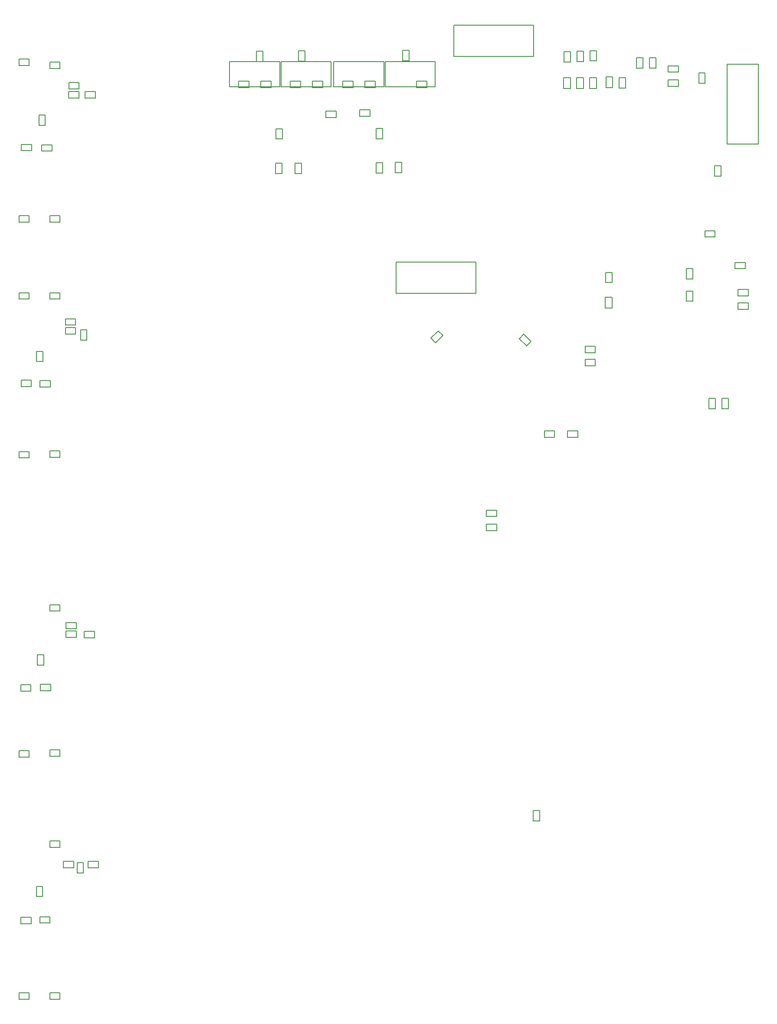
<source format=gbr>
%TF.GenerationSoftware,Altium Limited,Altium Designer,21.6.4 (81)*%
G04 Layer_Color=32896*
%FSLAX43Y43*%
%MOMM*%
%TF.SameCoordinates,B094594F-E5AE-4C03-B854-EF891E02AD71*%
%TF.FilePolarity,Positive*%
%TF.FileFunction,Other,Mechanical_12*%
%TF.Part,Single*%
G01*
G75*
%TA.AperFunction,NonConductor*%
%ADD156C,0.200*%
%ADD158C,0.150*%
D156*
X234327Y121850D02*
X235577D01*
X234327D02*
Y123850D01*
X235577D01*
Y121850D02*
Y123850D01*
X214150Y143609D02*
X215500D01*
X214150Y141509D02*
Y143609D01*
Y141509D02*
X215500D01*
Y143609D01*
X173263Y144375D02*
Y150475D01*
Y144375D02*
X188863D01*
Y150475D01*
X173263D02*
X188863D01*
X184524Y196713D02*
X200124D01*
Y190613D02*
Y196713D01*
X184524Y190613D02*
X200124D01*
X184524D02*
Y196713D01*
X170925Y184630D02*
Y189590D01*
X161145Y184630D02*
X170925D01*
X161145D02*
Y189590D01*
X170925D01*
X150605Y184630D02*
Y189590D01*
X140825Y184630D02*
X150605D01*
X140825D02*
Y189590D01*
X150605D01*
X180958Y184630D02*
Y189590D01*
X171178Y184630D02*
X180958D01*
X171178D02*
Y189590D01*
X180958D01*
X160638Y184630D02*
Y189590D01*
X150858Y184630D02*
X160638D01*
X150858D02*
Y189590D01*
X160638D01*
X237875Y189100D02*
X243975D01*
X237875Y173500D02*
Y189100D01*
Y173500D02*
X243975D01*
Y189100D01*
X211080Y186450D02*
X212430D01*
X211080Y184350D02*
Y186450D01*
Y184350D02*
X212430D01*
Y186450D01*
X209890Y184350D02*
Y186450D01*
X208540Y184350D02*
X209890D01*
X208540D02*
Y186450D01*
X209890D01*
X207350Y184350D02*
Y186450D01*
X206000Y184350D02*
X207350D01*
X206000D02*
Y186450D01*
X207350D01*
X99718Y158246D02*
X101718D01*
Y159496D01*
X99718D02*
X101718D01*
X99718Y158246D02*
Y159496D01*
Y53871D02*
Y55121D01*
X101718D01*
Y53871D02*
Y55121D01*
X99718Y53871D02*
X101718D01*
X105718Y158246D02*
X107718D01*
Y159496D01*
X105718D02*
X107718D01*
X105718Y158246D02*
Y159496D01*
Y53998D02*
X107718D01*
Y55248D01*
X105718D02*
X107718D01*
X105718Y53998D02*
Y55248D01*
X167245Y184524D02*
X169245D01*
Y185774D01*
X167245D02*
X169245D01*
X167245Y184524D02*
Y185774D01*
X146925Y184524D02*
X148925D01*
Y185774D01*
X146925D02*
X148925D01*
X146925Y184524D02*
Y185774D01*
X164927Y184524D02*
Y185774D01*
X162927Y184524D02*
X164927D01*
X162927D02*
Y185774D01*
X164927D01*
X144607Y184524D02*
Y185774D01*
X142607Y184524D02*
X144607D01*
X142607D02*
Y185774D01*
X144607D01*
X146030Y189610D02*
Y191610D01*
Y189610D02*
X147280D01*
Y191610D01*
X146030D02*
X147280D01*
X169398Y176497D02*
X170648D01*
Y174497D02*
Y176497D01*
X169398Y174497D02*
X170648D01*
X169398D02*
Y176497D01*
X149857Y174480D02*
Y176480D01*
Y174480D02*
X151107D01*
Y176480D01*
X149857D02*
X151107D01*
X179278Y184524D02*
Y185774D01*
X177278Y184524D02*
X179278D01*
X177278D02*
Y185774D01*
X179278D01*
X158958Y184524D02*
Y185774D01*
X156958Y184524D02*
X158958D01*
X156958D02*
Y185774D01*
X158958D01*
X169398Y169850D02*
X170648D01*
Y167850D02*
Y169850D01*
X169398Y167850D02*
X170648D01*
X169398D02*
Y169850D01*
X149789Y167748D02*
Y169748D01*
Y167748D02*
X151039D01*
Y169748D01*
X149789D02*
X151039D01*
X173157Y169923D02*
X174407D01*
Y167923D02*
Y169923D01*
X173157Y167923D02*
X174407D01*
X173157D02*
Y169923D01*
X153599Y167748D02*
Y169748D01*
Y167748D02*
X154849D01*
Y169748D01*
X153599D02*
X154849D01*
X154640Y184524D02*
Y185774D01*
X152640Y184524D02*
X154640D01*
X152640D02*
Y185774D01*
X154640D01*
X174605Y189737D02*
Y191737D01*
Y189737D02*
X175855D01*
Y191737D01*
X174605D02*
X175855D01*
X154285Y189645D02*
Y191645D01*
Y189645D02*
X155535D01*
Y191645D01*
X154285D02*
X155535D01*
X166229Y178936D02*
Y180186D01*
X168229D01*
Y178936D02*
Y180186D01*
X166229Y178936D02*
X168229D01*
X159625Y178682D02*
Y179932D01*
X161625D01*
Y178682D02*
Y179932D01*
X159625Y178682D02*
X161625D01*
X99716Y188831D02*
Y190081D01*
X101716D01*
Y188831D02*
Y190081D01*
X99716Y188831D02*
X101716D01*
X190918Y100800D02*
Y102050D01*
X192918D01*
Y100800D02*
Y102050D01*
X190918Y100800D02*
X192918D01*
X208768Y116250D02*
Y117500D01*
X206768Y116250D02*
X208768D01*
X206768D02*
Y117500D01*
X208768D01*
X192913Y98050D02*
Y99300D01*
X190913Y98050D02*
X192913D01*
X190913D02*
Y99300D01*
X192913D01*
X204243Y116250D02*
Y117500D01*
X202243Y116250D02*
X204243D01*
X202243D02*
Y117500D01*
X204243D01*
X105718Y188206D02*
Y189456D01*
X107718D01*
Y188206D02*
Y189456D01*
X105718Y188206D02*
X107718D01*
X105718Y82340D02*
Y83590D01*
X107718D01*
Y82340D02*
Y83590D01*
X105718Y82340D02*
X107718D01*
X99718Y6635D02*
Y7885D01*
X101718D01*
Y6635D02*
Y7885D01*
X99718Y6635D02*
X101718D01*
X105718D02*
X107718D01*
Y7885D01*
X105718D02*
X107718D01*
X105718Y6635D02*
Y7885D01*
X226425Y184750D02*
Y186000D01*
X228425D01*
Y184750D02*
Y186000D01*
X226425Y184750D02*
X228425D01*
X226425Y187500D02*
Y188750D01*
X228425D01*
Y187500D02*
Y188750D01*
X226425Y187500D02*
X228425D01*
X99718Y112235D02*
X101718D01*
Y113485D01*
X99718D02*
X101718D01*
X99718Y112235D02*
Y113485D01*
X105718Y112362D02*
Y113612D01*
X107718D01*
Y112362D02*
Y113612D01*
X105718Y112362D02*
X107718D01*
X105718Y36272D02*
X107718D01*
Y37522D01*
X105718D02*
X107718D01*
X105718Y36272D02*
Y37522D01*
X223985Y188300D02*
Y190300D01*
X222735D02*
X223985D01*
X222735Y188300D02*
Y190300D01*
Y188300D02*
X223985D01*
X221445D02*
Y190300D01*
X220195D02*
X221445D01*
X220195Y188300D02*
Y190300D01*
Y188300D02*
X221445D01*
X99718Y143218D02*
X101718D01*
Y144468D01*
X99718D02*
X101718D01*
X99718Y143218D02*
Y144468D01*
X105718Y143218D02*
Y144468D01*
X107718D01*
Y143218D02*
Y144468D01*
X105718Y143218D02*
X107718D01*
X197347Y135490D02*
X198761Y134076D01*
X199645Y134960D01*
X198231Y136374D02*
X199645Y134960D01*
X197347Y135490D02*
X198231Y136374D01*
X236905Y121850D02*
Y123850D01*
Y121850D02*
X238155D01*
Y123850D01*
X236905D02*
X238155D01*
X232375Y185350D02*
X233625D01*
X232375D02*
Y187350D01*
X233625D01*
Y185350D02*
Y187350D01*
X236717Y167250D02*
Y169250D01*
X235467D02*
X236717D01*
X235467Y167250D02*
Y169250D01*
Y167250D02*
X236717D01*
X181003Y134725D02*
X182417Y136139D01*
X181533Y137023D02*
X182417Y136139D01*
X180119Y135609D02*
X181533Y137023D01*
X180119Y135609D02*
X181003Y134725D01*
X215595Y184475D02*
Y186575D01*
X214245Y184475D02*
X215595D01*
X214245D02*
Y186575D01*
X215595D01*
D158*
X104170Y173350D02*
X106170D01*
X104170Y172100D02*
Y173350D01*
Y172100D02*
X106170D01*
Y173350D01*
X110775Y138150D02*
Y139400D01*
X108775Y138150D02*
X110775D01*
X108775D02*
Y139400D01*
X110775D01*
X115220Y32275D02*
Y33525D01*
X113220Y32275D02*
X115220D01*
X113220D02*
Y33525D01*
X115220D01*
X110875Y78875D02*
Y80125D01*
X108875Y78875D02*
X110875D01*
X108875D02*
Y80125D01*
X110875D01*
X111451Y184225D02*
Y185475D01*
X109451Y184225D02*
X111451D01*
X109451D02*
Y185475D01*
X111451D01*
X111043Y33275D02*
X112293D01*
Y31275D02*
Y33275D01*
X111043Y31275D02*
X112293D01*
X111043D02*
Y33275D01*
X111722Y137219D02*
X112972D01*
Y135219D02*
Y137219D01*
X111722Y135219D02*
X112972D01*
X111722D02*
Y137219D01*
X241425Y149150D02*
Y150400D01*
X239425Y149150D02*
X241425D01*
X239425D02*
Y150400D01*
X241425D01*
X233565Y155339D02*
Y156589D01*
X235565D01*
Y155339D02*
Y156589D01*
X233565Y155339D02*
X235565D01*
X214225Y146450D02*
X215475D01*
Y148450D01*
X214225D02*
X215475D01*
X214225Y146450D02*
Y148450D01*
X240023Y143874D02*
Y145124D01*
X242023D01*
Y143874D02*
Y145124D01*
X240023Y143874D02*
X242023D01*
X201300Y41425D02*
Y43425D01*
X200050Y41425D02*
X201300D01*
X200050D02*
Y43425D01*
X201300D01*
X112593Y182468D02*
X114593D01*
Y183718D01*
X112593D02*
X114593D01*
X112593Y182468D02*
Y183718D01*
X109418Y182468D02*
X111418D01*
Y183718D01*
X109418D02*
X111418D01*
X109418Y182468D02*
Y183718D01*
X108872Y77197D02*
X110872D01*
Y78447D01*
X108872D02*
X110872D01*
X108872Y77197D02*
Y78447D01*
X103593Y177148D02*
Y179148D01*
Y177148D02*
X104843D01*
Y179148D01*
X103593D02*
X104843D01*
X103272Y71800D02*
Y73800D01*
Y71800D02*
X104522D01*
Y73800D01*
X103272D02*
X104522D01*
X108778Y136395D02*
X110778D01*
Y137645D01*
X108778D02*
X110778D01*
X108778Y136395D02*
Y137645D01*
X103146Y131025D02*
Y133025D01*
Y131025D02*
X104396D01*
Y133025D01*
X103146D02*
X104396D01*
X108405Y32275D02*
X110405D01*
Y33525D01*
X108405D02*
X110405D01*
X108405Y32275D02*
Y33525D01*
X103093Y26650D02*
Y28650D01*
Y26650D02*
X104343D01*
Y28650D01*
X103093D02*
X104343D01*
X229925Y142800D02*
Y144800D01*
Y142800D02*
X231175D01*
Y144800D01*
X229925D02*
X231175D01*
X212380Y189725D02*
Y191725D01*
X211130D02*
X212380D01*
X211130Y189725D02*
Y191725D01*
Y189725D02*
X212380D01*
X208590Y189603D02*
X209840D01*
X208590D02*
Y191603D01*
X209840D01*
Y189603D02*
Y191603D01*
X206050Y189480D02*
X207300D01*
X206050D02*
Y191480D01*
X207300D01*
Y189480D02*
Y191480D01*
X103876Y68075D02*
X105876D01*
X103876Y66825D02*
Y68075D01*
Y66825D02*
X105876D01*
Y68075D01*
X102168Y172179D02*
Y173429D01*
X100168Y172179D02*
X102168D01*
X100168D02*
Y173429D01*
X102168D01*
X102043Y66725D02*
Y67975D01*
X100043Y66725D02*
X102043D01*
X100043D02*
Y67975D01*
X102043D01*
X112465Y77159D02*
X114465D01*
Y78409D01*
X112465D02*
X114465D01*
X112465Y77159D02*
Y78409D01*
X210200Y132774D02*
X212200D01*
Y134024D01*
X210200D02*
X212200D01*
X210200Y132774D02*
Y134024D01*
Y130234D02*
Y131484D01*
X212200D01*
Y130234D02*
Y131484D01*
X210200Y130234D02*
X212200D01*
X218108Y184400D02*
Y186400D01*
X216858Y184400D02*
X218108D01*
X216858D02*
Y186400D01*
X218108D01*
X103791Y127335D02*
X105791D01*
X103791Y126085D02*
Y127335D01*
Y126085D02*
X105791D01*
Y127335D01*
X103768Y22725D02*
X105768D01*
X103768Y21475D02*
Y22725D01*
Y21475D02*
X105768D01*
Y22725D01*
X102116Y126165D02*
Y127415D01*
X100116Y126165D02*
X102116D01*
X100116D02*
Y127415D01*
X102116D01*
X102093Y21361D02*
Y22611D01*
X100093Y21361D02*
X102093D01*
X100093D02*
Y22611D01*
X102093D01*
X231175Y147175D02*
Y149175D01*
X229925D02*
X231175D01*
X229925Y147175D02*
Y149175D01*
Y147175D02*
X231175D01*
X240023Y141226D02*
X242023D01*
Y142476D01*
X240023D02*
X242023D01*
X240023Y141226D02*
Y142476D01*
%TF.MD5,41b47bb99a8dc20db09bcdf96571d244*%
M02*

</source>
